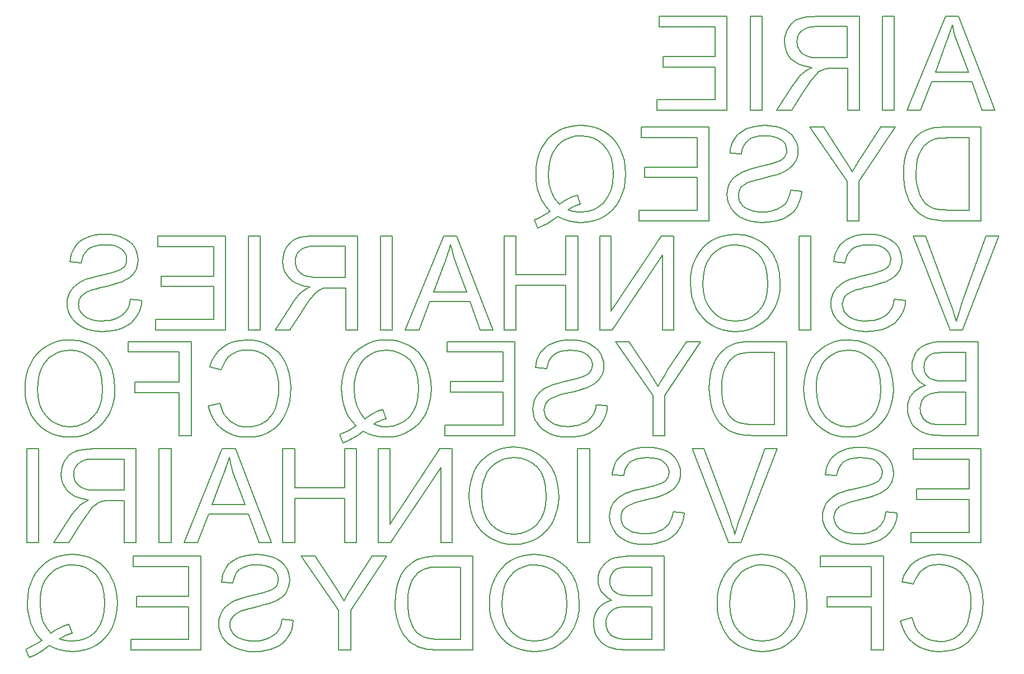
<source format=gbo>
%FSLAX33Y33*%
%MOMM*%
%ADD10C,0.2032*%
D10*
%LNbottom silkscreen_traces*%
%LNbottom silkscreen component 4c04787e1f5174be*%
G01*
X149815Y83363D02*
X144356Y97578D01*
X142384Y97578*
X136567Y83363*
X138614Y83363*
X140284Y87699*
X146341Y87699*
X147913Y83363*
X149815Y83363*
X145832Y89140D02*
X140832Y89140D01*
X142352Y93174*
X142671Y94036*
X142947Y94818*
X143178Y95519*
X143423Y96326*
X143615Y95449*
X143793Y94766*
X144000Y94086*
X144234Y93407*
X145832Y89140*
X134604Y83363D02*
X134604Y97578D01*
X132811Y97578*
X132811Y83363*
X134604Y83363*
X129340Y83363D02*
X129340Y97578D01*
X123044Y97578*
X122147Y97554*
X121366Y97482*
X120701Y97362*
X120152Y97195*
X119686Y96969*
X119270Y96670*
X118903Y96299*
X118585Y95854*
X118328Y95359*
X118144Y94839*
X118034Y94294*
X117997Y93723*
X118058Y92999*
X118240Y92337*
X118544Y91734*
X118969Y91189*
X119521Y90721*
X120208Y90346*
X121029Y90064*
X122133Y89847*
X121650Y89601*
X121344Y89424*
X121085Y89248*
X120870Y89075*
X120464Y88673*
X120067Y88223*
X119682Y87726*
X119307Y87180*
X116867Y83363*
X119129Y83363*
X121009Y86318*
X121406Y86925*
X121766Y87457*
X122091Y87914*
X122379Y88295*
X122642Y88613*
X122892Y88880*
X123129Y89097*
X123352Y89263*
X123570Y89391*
X123788Y89499*
X124009Y89585*
X124233Y89651*
X124425Y89681*
X124666Y89703*
X124957Y89716*
X125299Y89720*
X127547Y89720*
X127547Y83363*
X129340Y83363*
X127497Y91310D02*
X127497Y91310D01*
X123424Y91310*
X122810Y91327*
X122267Y91377*
X121795Y91461*
X121393Y91579*
X121049Y91733*
X120749Y91928*
X120492Y92163*
X120280Y92438*
X120113Y92740*
X119994Y93054*
X119923Y93382*
X119899Y93722*
X119945Y94207*
X120083Y94647*
X120314Y95042*
X120636Y95392*
X121058Y95678*
X121587Y95883*
X122223Y96006*
X122965Y96046*
X127497Y96046*
X127497Y91310*
X114604Y83363D02*
X114604Y97578D01*
X112811Y97578*
X112811Y83363*
X114604Y83363*
X109331Y83363D02*
X109331Y97578D01*
X99081Y97578*
X99081Y95990*
X107538Y95990*
X107538Y91503*
X99618Y91503*
X99618Y89925*
X107538Y89925*
X107538Y84951*
X98749Y84951*
X98749Y83363*
X109331Y83363*
X137305Y6572D02*
X135511Y6119D01*
X135850Y5077*
X136323Y4125*
X136913Y3311*
X137621Y2635*
X138430Y2104*
X139325Y1725*
X140306Y1497*
X141374Y1421*
X142471Y1479*
X143459Y1655*
X144339Y1947*
X145110Y2355*
X145786Y2874*
X146375Y3498*
X146879Y4227*
X147298Y5062*
X147627Y5967*
X147863Y6905*
X148004Y7876*
X148051Y8880*
X147998Y9957*
X147839Y10962*
X147573Y11896*
X147202Y12758*
X146733Y13534*
X146175Y14211*
X145528Y14788*
X144791Y15266*
X143989Y15641*
X143147Y15909*
X142265Y16070*
X141344Y16124*
X140320Y16056*
X139381Y15852*
X138529Y15514*
X137761Y15040*
X137091Y14443*
X136531Y13737*
X136080Y12919*
X135757Y12041*
X137523Y11625*
X137786Y12314*
X138122Y12943*
X138517Y13465*
X138969Y13881*
X139482Y14198*
X140055Y14424*
X140689Y14559*
X141383Y14604*
X142181Y14554*
X142912Y14405*
X143576Y14154*
X144171Y13804*
X144691Y13369*
X145127Y12866*
X145479Y12294*
X145747Y11655*
X145945Y10979*
X146087Y10293*
X146171Y9596*
X146200Y8889*
X146166Y8001*
X146066Y7171*
X145898Y6398*
X145664Y5682*
X145358Y5037*
X144976Y4478*
X144519Y4006*
X143988Y3621*
X143408Y3323*
X142805Y3110*
X142179Y2983*
X141529Y2940*
X140756Y2998*
X140043Y3172*
X139392Y3463*
X138801Y3870*
X138287Y4391*
X137864Y5024*
X137532Y5768*
X137305Y6572*
X132963Y1665D02*
X132963Y15880D01*
X123406Y15880*
X123406Y14292*
X131170Y14292*
X131170Y9757*
X124451Y9757*
X124451Y8169*
X131170Y8169*
X131170Y1665*
X132963Y1665*
X121420Y8586D02*
X121301Y10264D01*
X120945Y11747*
X120351Y13036*
X119520Y14133*
X118502Y15008*
X117345Y15633*
X116051Y16008*
X114615Y16133*
X113655Y16075*
X112744Y15898*
X111882Y15605*
X111068Y15193*
X110325Y14677*
X109677Y14069*
X109122Y13367*
X108660Y12573*
X108298Y11703*
X108038Y10777*
X107883Y9793*
X107831Y8753*
X107885Y7698*
X108049Y6701*
X108322Y5762*
X108704Y4879*
X109186Y4078*
X109758Y3381*
X110420Y2788*
X111174Y2298*
X111989Y1914*
X112836Y1640*
X113715Y1476*
X114626Y1421*
X115603Y1481*
X116526Y1663*
X117396Y1966*
X118212Y2390*
X118954Y2919*
X119600Y3535*
X120150Y4241*
X120605Y5035*
X120962Y5886*
X121217Y6762*
X121369Y7662*
X121420Y8586*
X119518Y8557D02*
X119518Y8557D01*
X119431Y7332*
X119170Y6244*
X118735Y5294*
X118127Y4480*
X117387Y3829*
X116558Y3363*
X115641Y3084*
X114635Y2991*
X113613Y3085*
X112686Y3367*
X111853Y3837*
X111115Y4495*
X110510Y5326*
X110078Y6314*
X109819Y7459*
X109733Y8762*
X109770Y9609*
X109881Y10399*
X110065Y11135*
X110324Y11814*
X110653Y12429*
X111051Y12971*
X111518Y13440*
X112052Y13836*
X112639Y14150*
X113260Y14374*
X113915Y14509*
X114606Y14553*
X115577Y14467*
X116477Y14208*
X117308Y13776*
X118068Y13172*
X118702Y12365*
X119156Y11327*
X119428Y10058*
X119518Y8557*
X99809Y1665D02*
X99809Y15880D01*
X94489Y15880*
X93713Y15853*
X93019Y15772*
X92407Y15637*
X91877Y15449*
X91415Y15206*
X91006Y14906*
X90650Y14547*
X90347Y14131*
X90105Y13680*
X89932Y13219*
X89828Y12749*
X89793Y12268*
X89824Y11823*
X89916Y11391*
X90069Y10973*
X90284Y10567*
X90560Y10187*
X90899Y9846*
X91301Y9542*
X91865Y9221*
X91153Y8961*
X90624Y8673*
X90169Y8320*
X89788Y7901*
X89487Y7429*
X89272Y6916*
X89143Y6361*
X89100Y5764*
X89126Y5276*
X89205Y4805*
X89336Y4352*
X89520Y3917*
X89742Y3514*
X89989Y3160*
X90259Y2857*
X90554Y2602*
X90882Y2385*
X91249Y2196*
X91656Y2035*
X92104Y1903*
X92597Y1799*
X93145Y1724*
X93746Y1680*
X94401Y1665*
X99809Y1665*
X97965Y9915D02*
X97965Y9915D01*
X94869Y9915*
X94284Y9925*
X93788Y9956*
X93381Y10008*
X93063Y10081*
X92724Y10206*
X92429Y10366*
X92179Y10562*
X91974Y10794*
X91814Y11059*
X91699Y11355*
X91631Y11684*
X91608Y12044*
X91629Y12389*
X91693Y12714*
X91800Y13017*
X91949Y13299*
X92139Y13548*
X92365Y13755*
X92627Y13919*
X92926Y14041*
X93300Y14128*
X93788Y14191*
X94389Y14228*
X95104Y14241*
X97965Y14241*
X97965Y9915*
X97965Y3303D02*
X97965Y3303D01*
X94401Y3304*
X93976Y3308*
X93619Y3321*
X93331Y3342*
X93112Y3372*
X92798Y3440*
X92511Y3528*
X92251Y3636*
X92018Y3762*
X91808Y3915*
X91617Y4098*
X91447Y4313*
X91295Y4558*
X91171Y4830*
X91083Y5121*
X91030Y5433*
X91012Y5764*
X91038Y6152*
X91115Y6513*
X91243Y6848*
X91422Y7156*
X91647Y7429*
X91912Y7659*
X92216Y7845*
X92560Y7986*
X92964Y8091*
X93447Y8166*
X94011Y8210*
X94655Y8225*
X97965Y8225*
X97965Y3303*
X86967Y8586D02*
X86848Y10264D01*
X86491Y11747*
X85897Y13036*
X85066Y14133*
X84048Y15008*
X82892Y15633*
X81597Y16008*
X80161Y16133*
X79202Y16075*
X78290Y15898*
X77428Y15605*
X76614Y15193*
X75871Y14677*
X75223Y14069*
X74668Y13367*
X74207Y12573*
X73844Y11703*
X73585Y10777*
X73429Y9793*
X73377Y8753*
X73432Y7698*
X73595Y6701*
X73868Y5762*
X74250Y4880*
X74732Y4078*
X75304Y3381*
X75966Y2788*
X76720Y2298*
X77536Y1914*
X78383Y1640*
X79261Y1476*
X80172Y1421*
X81149Y1481*
X82073Y1663*
X82942Y1966*
X83759Y2390*
X84500Y2919*
X85146Y3535*
X85697Y4241*
X86152Y5035*
X86508Y5886*
X86763Y6762*
X86916Y7662*
X86967Y8586*
X85064Y8557D02*
X85064Y8557D01*
X84977Y7332*
X84717Y6244*
X84282Y5294*
X83673Y4480*
X82933Y3829*
X82104Y3363*
X81187Y3084*
X80182Y2991*
X79160Y3085*
X78232Y3367*
X77399Y3837*
X76661Y4495*
X76057Y5326*
X75625Y6314*
X75366Y7459*
X75279Y8763*
X75316Y9609*
X75427Y10399*
X75612Y11135*
X75870Y11814*
X76200Y12429*
X76598Y12971*
X77064Y13440*
X77599Y13836*
X78185Y14150*
X78806Y14374*
X79462Y14509*
X80152Y14554*
X81123Y14467*
X82024Y14208*
X82854Y13776*
X83614Y13172*
X84249Y12365*
X84702Y11327*
X84974Y10058*
X85064Y8557*
X70833Y1665D02*
X70833Y15880D01*
X65953Y15880*
X65169Y15867*
X64485Y15829*
X63900Y15765*
X63415Y15676*
X62828Y15507*
X62286Y15282*
X61789Y15000*
X61337Y14661*
X60811Y14154*
X60356Y13581*
X59971Y12942*
X59657Y12236*
X59413Y11470*
X59239Y10650*
X59134Y9777*
X59099Y8850*
X59123Y8061*
X59194Y7319*
X59312Y6623*
X59478Y5974*
X59681Y5375*
X59910Y4830*
X60165Y4340*
X60447Y3904*
X60749Y3517*
X61065Y3174*
X61395Y2874*
X61738Y2618*
X62106Y2398*
X62510Y2207*
X62952Y2043*
X63430Y1908*
X63946Y1802*
X64499Y1726*
X65090Y1680*
X65719Y1665*
X70833Y1665*
X68990Y3304D02*
X68990Y3304D01*
X65933Y3304*
X65263Y3320*
X64670Y3369*
X64152Y3452*
X63711Y3567*
X63329Y3712*
X62988Y3885*
X62687Y4084*
X62427Y4309*
X62109Y4675*
X61828Y5099*
X61584Y5581*
X61377Y6121*
X61213Y6720*
X61095Y7379*
X61025Y8099*
X61001Y8880*
X61048Y9938*
X61186Y10866*
X61416Y11664*
X61739Y12332*
X62127Y12885*
X62555Y13339*
X63023Y13693*
X63531Y13948*
X63970Y14076*
X64524Y14168*
X65195Y14223*
X65982Y14241*
X68990Y14241*
X68990Y3304*
X52357Y1665D02*
X52357Y7694D01*
X57830Y15880*
X55648Y15880*
X52841Y11587*
X52457Y10982*
X52087Y10377*
X51731Y9772*
X51344Y9091*
X50960Y9745*
X50587Y10359*
X50180Y11009*
X49738Y11694*
X46980Y15880*
X44897Y15880*
X50564Y7694*
X50564Y1665*
X52357Y1665*
X43690Y6168D02*
X42000Y6315D01*
X41923Y5846*
X41795Y5376*
X41624Y4953*
X41409Y4579*
X41140Y4244*
X40806Y3944*
X40409Y3679*
X39947Y3447*
X39438Y3260*
X38899Y3125*
X38329Y3045*
X37730Y3018*
X37199Y3039*
X36700Y3100*
X36233Y3201*
X35797Y3344*
X35403Y3523*
X35062Y3732*
X34773Y3973*
X34539Y4245*
X34357Y4539*
X34228Y4846*
X34150Y5167*
X34124Y5501*
X34149Y5835*
X34224Y6148*
X34350Y6440*
X34525Y6709*
X34758Y6957*
X35055Y7183*
X35414Y7387*
X35836Y7570*
X36215Y7699*
X36766Y7858*
X37492Y8049*
X38391Y8270*
X39302Y8503*
X40065Y8729*
X40679Y8948*
X41143Y9159*
X41619Y9441*
X42028Y9754*
X42373Y10099*
X42652Y10474*
X42869Y10878*
X43023Y11304*
X43116Y11755*
X43147Y12229*
X43109Y12755*
X42996Y13263*
X42806Y13754*
X42541Y14228*
X42202Y14664*
X41794Y15045*
X41316Y15370*
X40766Y15639*
X40164Y15851*
X39529Y16003*
X38861Y16093*
X38159Y16124*
X37391Y16092*
X36671Y15996*
X35997Y15837*
X35371Y15615*
X34805Y15332*
X34308Y14989*
X33881Y14587*
X33524Y14125*
X33238Y13617*
X33027Y13076*
X32891Y12502*
X32834Y11944*
X34553Y11815*
X34662Y12411*
X34870Y12974*
X35167Y13455*
X35554Y13851*
X36036Y14160*
X36618Y14380*
X37300Y14512*
X38081Y14556*
X38888Y14516*
X39579Y14397*
X40156Y14197*
X40617Y13915*
X40969Y13577*
X41221Y13204*
X41373Y12796*
X41423Y12357*
X41387Y11978*
X41280Y11633*
X41100Y11323*
X40849Y11048*
X40456Y10791*
X39845Y10535*
X39017Y10277*
X37971Y10017*
X36907Y9764*
X36026Y9528*
X35327Y9309*
X34811Y9107*
X34232Y8802*
X33735Y8460*
X33320Y8081*
X32986Y7665*
X32730Y7213*
X32546Y6728*
X32436Y6209*
X32400Y5657*
X32440Y5101*
X32561Y4562*
X32763Y4039*
X33046Y3532*
X33404Y3060*
X33833Y2644*
X34333Y2284*
X34904Y1978*
X35530Y1734*
X36195Y1560*
X36899Y1456*
X37642Y1421*
X38570Y1456*
X39419Y1562*
X40188Y1737*
X40878Y1983*
X41493Y2299*
X42038Y2685*
X42512Y3141*
X42916Y3668*
X43242Y4250*
X43480Y4868*
X43631Y5523*
X43690Y6168*
X29671Y1665D02*
X29671Y15880D01*
X19421Y15880*
X19421Y14292*
X27878Y14292*
X27878Y9805*
X19958Y9806*
X19958Y8227*
X27878Y8227*
X27878Y3253*
X19089Y3253*
X19089Y1665*
X29671Y1665*
X5649Y3138D02*
X4951Y2681D01*
X4328Y2317*
X3730Y2014*
X3206Y1792*
X3723Y0567*
X4445Y0866*
X5211Y1263*
X5976Y1740*
X6766Y2318*
X7607Y1917*
X8459Y1642*
X9352Y1476*
X10287Y1421*
X11230Y1479*
X12127Y1654*
X12979Y1944*
X13787Y2351*
X14526Y2864*
X15176Y3470*
X15735Y4171*
X16204Y4967*
X16575Y5838*
X16841Y6762*
X17000Y7740*
X17053Y8772*
X17000Y9803*
X16839Y10785*
X16572Y11720*
X16199Y12607*
X15727Y13418*
X15166Y14126*
X14514Y14730*
X13773Y15232*
X12962Y15626*
X12105Y15908*
X11200Y16077*
X10248Y16134*
X9288Y16075*
X8377Y15900*
X7514Y15607*
X6700Y15198*
X5958Y14684*
X5309Y14077*
X4754Y13377*
X4293Y12583*
X3930Y11714*
X3671Y10791*
X3515Y9814*
X3463Y8782*
X3497Y7925*
X3597Y7112*
X3764Y6344*
X3997Y5622*
X4298Y4944*
X4666Y4312*
X5102Y3725*
X5649Y3138*
X9741Y5569D02*
X9741Y5569D01*
X8956Y5312*
X8244Y4998*
X7604Y4628*
X7035Y4202*
X6305Y5060*
X5783Y6109*
X5470Y7350*
X5366Y8782*
X5402Y9624*
X5513Y10411*
X5698Y11142*
X5956Y11819*
X6286Y12432*
X6684Y12973*
X7150Y13441*
X7685Y13836*
X8271Y14150*
X8892Y14374*
X9548Y14509*
X10239Y14554*
X11253Y14463*
X12177Y14191*
X13011Y13738*
X13754Y13103*
X14365Y12289*
X14802Y11296*
X15063Y10123*
X15151Y8772*
X15064Y7457*
X14805Y6304*
X14373Y5313*
X13769Y4485*
X13030Y3832*
X12195Y3365*
X11265Y3084*
X10239Y2991*
X9738Y3015*
X9252Y3086*
X8781Y3205*
X8325Y3372*
X8775Y3639*
X9238Y3865*
X9712Y4049*
X10200Y4192*
X9741Y5569*
X147719Y17903D02*
X147719Y32118D01*
X137469Y32118*
X137469Y30530*
X145926Y30530*
X145926Y26043*
X138006Y26043*
X138006Y24465*
X145926Y24465*
X145926Y19491*
X137137Y19491*
X137137Y17903*
X147719Y17903*
X135058Y22405D02*
X133369Y22553D01*
X133291Y22084*
X133163Y21614*
X132992Y21191*
X132777Y20816*
X132508Y20482*
X132175Y20182*
X131777Y19917*
X131315Y19685*
X130806Y19497*
X130267Y19363*
X129697Y19283*
X129098Y19256*
X128568Y19277*
X128069Y19338*
X127601Y19439*
X127165Y19582*
X126771Y19760*
X126430Y19970*
X126142Y20211*
X125907Y20483*
X125726Y20777*
X125596Y21084*
X125518Y21405*
X125492Y21739*
X125517Y22073*
X125592Y22386*
X125718Y22677*
X125894Y22947*
X126127Y23195*
X126423Y23421*
X126783Y23625*
X127204Y23808*
X127583Y23937*
X128134Y24096*
X128860Y24286*
X129759Y24508*
X130670Y24741*
X131433Y24967*
X132047Y25186*
X132512Y25397*
X132987Y25679*
X133396Y25992*
X133741Y26337*
X134021Y26712*
X134237Y27116*
X134392Y27542*
X134485Y27993*
X134516Y28467*
X134478Y28993*
X134364Y29501*
X134174Y29992*
X133909Y30465*
X133571Y30902*
X133163Y31283*
X132684Y31608*
X132135Y31877*
X131533Y32089*
X130897Y32240*
X130229Y32331*
X129527Y32362*
X128759Y32330*
X128039Y32234*
X127366Y32075*
X126740Y31853*
X126173Y31569*
X125676Y31227*
X125250Y30825*
X124892Y30363*
X124606Y29855*
X124395Y29314*
X124259Y28740*
X124202Y28182*
X125921Y28053*
X126031Y28649*
X126238Y29212*
X126535Y29693*
X126922Y30089*
X127404Y30398*
X127986Y30618*
X128668Y30750*
X129449Y30794*
X130256Y30754*
X130948Y30635*
X131525Y30435*
X131985Y30153*
X132337Y29815*
X132589Y29442*
X132741Y29034*
X132791Y28595*
X132756Y28215*
X132648Y27871*
X132468Y27561*
X132217Y27286*
X131824Y27029*
X131214Y26773*
X130386Y26515*
X129339Y26255*
X128276Y26002*
X127394Y25766*
X126695Y25547*
X126179Y25345*
X125600Y25040*
X125104Y24698*
X124688Y24319*
X124355Y23903*
X124098Y23451*
X123915Y22966*
X123805Y22447*
X123768Y21895*
X123808Y21339*
X123929Y20800*
X124131Y20277*
X124414Y19770*
X124772Y19298*
X125201Y18882*
X125701Y18521*
X126272Y18216*
X126899Y17972*
X127564Y17798*
X128267Y17694*
X129010Y17659*
X129938Y17694*
X130787Y17800*
X131556Y17975*
X132246Y18221*
X132862Y18537*
X133406Y18923*
X133880Y19379*
X134285Y19906*
X134610Y20488*
X134849Y21105*
X134999Y21760*
X135058Y22405*
X111446Y17903D02*
X116953Y32118D01*
X115012Y32118*
X111304Y21751*
X111088Y21136*
X110892Y20542*
X110713Y19966*
X110504Y19243*
X110283Y19995*
X110097Y20580*
X109897Y21165*
X109685Y21751*
X105830Y32118*
X104006Y32118*
X109572Y17903*
X111446Y17903*
X102821Y22405D02*
X101132Y22553D01*
X101055Y22084*
X100926Y21614*
X100755Y21191*
X100541Y20816*
X100272Y20482*
X99938Y20182*
X99540Y19917*
X99078Y19685*
X98570Y19497*
X98030Y19363*
X97461Y19283*
X96861Y19256*
X96331Y19277*
X95832Y19338*
X95364Y19439*
X94928Y19582*
X94534Y19761*
X94193Y19970*
X93905Y20211*
X93670Y20483*
X93489Y20777*
X93359Y21084*
X93281Y21405*
X93255Y21739*
X93280Y22073*
X93355Y22386*
X93481Y22677*
X93657Y22947*
X93890Y23195*
X94186Y23421*
X94546Y23625*
X94968Y23808*
X95346Y23937*
X95898Y24096*
X96623Y24286*
X97522Y24508*
X98434Y24741*
X99196Y24967*
X99810Y25186*
X100275Y25397*
X100750Y25679*
X101160Y25992*
X101504Y26337*
X101784Y26712*
X102000Y27116*
X102155Y27542*
X102248Y27993*
X102279Y28467*
X102241Y28993*
X102127Y29501*
X101938Y29992*
X101672Y30466*
X101334Y30902*
X100926Y31283*
X100447Y31608*
X99898Y31877*
X99296Y32089*
X98661Y32241*
X97992Y32331*
X97291Y32362*
X96523Y32330*
X95802Y32234*
X95129Y32075*
X94503Y31853*
X93936Y31570*
X93440Y31227*
X93013Y30825*
X92655Y30363*
X92370Y29855*
X92159Y29314*
X92022Y28740*
X91966Y28182*
X93684Y28053*
X93794Y28649*
X94001Y29212*
X94298Y29693*
X94685Y30089*
X95167Y30398*
X95750Y30618*
X96431Y30750*
X97212Y30794*
X98019Y30754*
X98711Y30635*
X99288Y30435*
X99749Y30153*
X100100Y29815*
X100352Y29442*
X100504Y29034*
X100555Y28595*
X100519Y28216*
X100411Y27871*
X100232Y27561*
X99980Y27286*
X99587Y27029*
X98977Y26773*
X98149Y26515*
X97102Y26255*
X96039Y26002*
X95158Y25766*
X94459Y25547*
X93943Y25345*
X93364Y25040*
X92867Y24698*
X92452Y24319*
X92118Y23903*
X91861Y23451*
X91678Y22966*
X91568Y22447*
X91531Y21895*
X91571Y21339*
X91692Y20800*
X91894Y20277*
X92177Y19770*
X92535Y19298*
X92964Y18882*
X93464Y18521*
X94035Y18216*
X94662Y17972*
X95327Y17798*
X96031Y17694*
X96773Y17659*
X97701Y17694*
X98550Y17800*
X99320Y17975*
X100010Y18221*
X100625Y18537*
X101169Y18923*
X101643Y19379*
X102048Y19906*
X102374Y20488*
X102612Y21105*
X102762Y21761*
X102821Y22405*
X88519Y17903D02*
X88519Y32118D01*
X86726Y32118*
X86726Y17903*
X88519Y17903*
X83861Y24824D02*
X83742Y26502D01*
X83385Y27985*
X82791Y29274*
X81960Y30371*
X80942Y31246*
X79786Y31871*
X78491Y32246*
X77055Y32371*
X76096Y32313*
X75184Y32136*
X74322Y31843*
X73508Y31431*
X72765Y30915*
X72117Y30307*
X71562Y29605*
X71101Y28811*
X70738Y27941*
X70479Y27015*
X70323Y26031*
X70271Y24991*
X70326Y23936*
X70489Y22939*
X70762Y22000*
X71144Y21118*
X71626Y20316*
X72198Y19620*
X72860Y19026*
X73614Y18536*
X74430Y18152*
X75277Y17878*
X76155Y17714*
X77066Y17659*
X78043Y17719*
X78967Y17901*
X79836Y18204*
X80653Y18628*
X81394Y19157*
X82040Y19773*
X82591Y20479*
X83046Y21273*
X83402Y22124*
X83657Y23000*
X83810Y23900*
X83861Y24824*
X81958Y24795D02*
X81958Y24795D01*
X81871Y23570*
X81611Y22482*
X81176Y21532*
X80567Y20718*
X79827Y20067*
X78998Y19601*
X78081Y19322*
X77076Y19229*
X76054Y19323*
X75126Y19605*
X74293Y20075*
X73555Y20733*
X72951Y21564*
X72519Y22552*
X72260Y23697*
X72173Y25001*
X72210Y25847*
X72321Y26637*
X72506Y27373*
X72764Y28052*
X73094Y28668*
X73492Y29209*
X73958Y29678*
X74493Y30074*
X75079Y30388*
X75700Y30612*
X76356Y30747*
X77046Y30792*
X78017Y30705*
X78918Y30446*
X79748Y30014*
X80508Y29410*
X81143Y28603*
X81596Y27565*
X81868Y26296*
X81958Y24795*
X67747Y17903D02*
X67747Y32118D01*
X65882Y32118*
X58284Y20761*
X58284Y32118*
X56569Y32118*
X56569Y17903*
X58435Y17903*
X66032Y29270*
X66032Y17903*
X67747Y17903*
X53225Y17903D02*
X53225Y32118D01*
X51432Y32118*
X51432Y26239*
X43889Y26239*
X43889Y32118*
X42096Y32118*
X42096Y17903*
X43889Y17903*
X43889Y24651*
X51432Y24651*
X51432Y17903*
X53225Y17903*
X40390Y17903D02*
X34931Y32118D01*
X32959Y32118*
X27141Y17903*
X29188Y17903*
X30858Y22239*
X36915Y22239*
X38487Y17903*
X40390Y17903*
X36406Y23680D02*
X31406Y23680D01*
X32926Y27714*
X33245Y28576*
X33521Y29358*
X33752Y30059*
X33997Y30866*
X34189Y29989*
X34367Y29306*
X34574Y28626*
X34808Y27947*
X36406Y23680*
X25178Y17903D02*
X25178Y32118D01*
X23385Y32118*
X23385Y17903*
X25178Y17903*
X19914Y17903D02*
X19914Y32118D01*
X13618Y32118*
X12721Y32094*
X11940Y32022*
X11275Y31902*
X10726Y31735*
X10261Y31509*
X9845Y31211*
X9478Y30839*
X9159Y30394*
X8902Y29899*
X8718Y29379*
X8608Y28834*
X8571Y28263*
X8632Y27539*
X8814Y26877*
X9118Y26274*
X9543Y25729*
X10095Y25261*
X10782Y24886*
X11603Y24604*
X12707Y24387*
X12224Y24141*
X11919Y23964*
X11659Y23788*
X11444Y23615*
X11038Y23213*
X10642Y22764*
X10256Y22266*
X9881Y21721*
X7441Y17903*
X9703Y17903*
X11583Y20858*
X11980Y21466*
X12341Y21997*
X12665Y22454*
X12953Y22835*
X13216Y23153*
X13466Y23421*
X13703Y23637*
X13926Y23803*
X14144Y23931*
X14363Y24039*
X14584Y24125*
X14808Y24191*
X14999Y24222*
X15240Y24243*
X15531Y24256*
X15873Y24260*
X18122Y24260*
X18122Y17903*
X19914Y17903*
X18071Y25850D02*
X18071Y25850D01*
X13998Y25850*
X13384Y25867*
X12841Y25917*
X12369Y26001*
X11967Y26119*
X11623Y26273*
X11323Y26468*
X11066Y26703*
X10854Y26978*
X10687Y27280*
X10568Y27595*
X10497Y27922*
X10473Y28262*
X10519Y28748*
X10657Y29188*
X10888Y29582*
X11210Y29932*
X11632Y30218*
X12161Y30423*
X12797Y30546*
X13540Y30587*
X18071Y30587*
X18071Y25850*
X5178Y17903D02*
X5178Y32118D01*
X3385Y32118*
X3385Y17903*
X5178Y17903*
X147328Y34141D02*
X147328Y48356D01*
X142009Y48356*
X141232Y48329*
X140538Y48248*
X139926Y48113*
X139397Y47925*
X138934Y47682*
X138526Y47381*
X138170Y47023*
X137867Y46607*
X137624Y46156*
X137451Y45695*
X137347Y45225*
X137313Y44744*
X137343Y44299*
X137435Y43867*
X137589Y43448*
X137803Y43043*
X138080Y42663*
X138418Y42322*
X138821Y42018*
X139384Y41697*
X138673Y41437*
X138143Y41149*
X137688Y40796*
X137307Y40377*
X137007Y39905*
X136792Y39392*
X136663Y38837*
X136619Y38240*
X136646Y37752*
X136724Y37281*
X136855Y36828*
X137039Y36392*
X137261Y35990*
X137508Y35636*
X137779Y35333*
X138074Y35078*
X138401Y34861*
X138769Y34672*
X139176Y34511*
X139623Y34379*
X140117Y34275*
X140664Y34200*
X141266Y34156*
X141921Y34141*
X147328Y34141*
X145485Y42391D02*
X145485Y42391D01*
X142389Y42391*
X141804Y42401*
X141307Y42432*
X140900Y42484*
X140582Y42557*
X140243Y42682*
X139949Y42842*
X139699Y43038*
X139493Y43270*
X139333Y43535*
X139219Y43831*
X139150Y44160*
X139127Y44520*
X139149Y44865*
X139213Y45190*
X139319Y45493*
X139469Y45775*
X139658Y46024*
X139884Y46231*
X140146Y46395*
X140446Y46517*
X140820Y46604*
X141307Y46667*
X141909Y46704*
X142623Y46717*
X145485Y46717*
X145485Y42391*
X145485Y35779D02*
X145485Y35779D01*
X141920Y35779*
X141495Y35784*
X141139Y35797*
X140851Y35818*
X140631Y35848*
X140317Y35916*
X140030Y36004*
X139770Y36111*
X139537Y36238*
X139327Y36391*
X139137Y36574*
X138966Y36789*
X138815Y37034*
X138691Y37306*
X138602Y37597*
X138549Y37909*
X138531Y38240*
X138557Y38628*
X138634Y38989*
X138762Y39323*
X138942Y39632*
X139167Y39905*
X139431Y40135*
X139735Y40320*
X140079Y40462*
X140483Y40567*
X140967Y40642*
X141530Y40686*
X142174Y40701*
X145485Y40701*
X145485Y35779*
X134486Y41062D02*
X134367Y42740D01*
X134010Y44223*
X133417Y45512*
X132586Y46609*
X131567Y47484*
X130411Y48109*
X129116Y48484*
X127681Y48609*
X126721Y48551*
X125810Y48374*
X124947Y48081*
X124133Y47669*
X123391Y47153*
X122742Y46545*
X122187Y45843*
X121726Y45049*
X121363Y44179*
X121104Y43253*
X120948Y42269*
X120896Y41229*
X120951Y40174*
X121115Y39177*
X121388Y38238*
X121770Y37355*
X122251Y36554*
X122823Y35857*
X123486Y35264*
X124239Y34774*
X125055Y34390*
X125902Y34116*
X126781Y33952*
X127691Y33897*
X128669Y33957*
X129592Y34139*
X130462Y34442*
X131278Y34866*
X132020Y35395*
X132666Y36011*
X133216Y36717*
X133671Y37511*
X134028Y38362*
X134282Y39238*
X134435Y40138*
X134486Y41062*
X132584Y41033D02*
X132584Y41033D01*
X132497Y39808*
X132236Y38720*
X131801Y37770*
X131192Y36956*
X130452Y36305*
X129624Y35839*
X128707Y35560*
X127701Y35467*
X126679Y35561*
X125752Y35843*
X124919Y36313*
X124181Y36971*
X123576Y37802*
X123144Y38790*
X122885Y39935*
X122799Y41238*
X122836Y42085*
X122946Y42875*
X123131Y43611*
X123390Y44290*
X123719Y44905*
X124117Y45447*
X124583Y45916*
X125118Y46312*
X125704Y46626*
X126325Y46850*
X126981Y46985*
X127672Y47029*
X128643Y46943*
X129543Y46684*
X130373Y46252*
X131134Y45648*
X131768Y44841*
X132221Y43803*
X132493Y42534*
X132584Y41033*
X118353Y34141D02*
X118353Y48356D01*
X113472Y48356*
X112688Y48343*
X112004Y48305*
X111419Y48241*
X110935Y48152*
X110347Y47983*
X109805Y47758*
X109309Y47476*
X108857Y47137*
X108331Y46630*
X107875Y46057*
X107491Y45418*
X107177Y44712*
X106933Y43945*
X106758Y43126*
X106654Y42253*
X106619Y41326*
X106642Y40537*
X106713Y39795*
X106832Y39099*
X106997Y38450*
X107200Y37851*
X107429Y37306*
X107685Y36816*
X107967Y36380*
X108269Y35993*
X108585Y35650*
X108914Y35350*
X109257Y35094*
X109625Y34874*
X110030Y34683*
X110471Y34519*
X110950Y34384*
X111466Y34277*
X112019Y34202*
X112609Y34156*
X113238Y34141*
X118353Y34141*
X116509Y35779D02*
X116509Y35779D01*
X113453Y35779*
X112783Y35796*
X112189Y35845*
X111672Y35928*
X111231Y36043*
X110848Y36188*
X110507Y36361*
X110206Y36560*
X109947Y36785*
X109628Y37151*
X109347Y37575*
X109103Y38057*
X108897Y38597*
X108732Y39196*
X108615Y39855*
X108544Y40575*
X108521Y41356*
X108567Y42414*
X108705Y43342*
X108936Y44140*
X109258Y44808*
X109647Y45361*
X110075Y45815*
X110543Y46169*
X111050Y46424*
X111489Y46552*
X112044Y46644*
X112715Y46699*
X113501Y46717*
X116509Y46717*
X116509Y35779*
X99876Y34141D02*
X99876Y40170D01*
X105349Y48356*
X103167Y48356*
X100360Y44063*
X99977Y43458*
X99607Y42853*
X99250Y42248*
X98863Y41566*
X98480Y42221*
X98106Y42835*
X97699Y43485*
X97257Y44170*
X94499Y48356*
X92417Y48356*
X98083Y40170*
X98083Y34141*
X99876Y34141*
X91209Y38643D02*
X89520Y38791D01*
X89443Y38322*
X89314Y37852*
X89143Y37429*
X88929Y37054*
X88660Y36720*
X88326Y36420*
X87928Y36155*
X87466Y35923*
X86958Y35735*
X86418Y35601*
X85849Y35521*
X85249Y35494*
X84719Y35515*
X84220Y35576*
X83752Y35677*
X83316Y35820*
X82923Y35999*
X82581Y36208*
X82293Y36449*
X82058Y36721*
X81877Y37015*
X81747Y37322*
X81669Y37643*
X81643Y37977*
X81668Y38311*
X81744Y38624*
X81869Y38915*
X82045Y39185*
X82278Y39433*
X82574Y39659*
X82934Y39863*
X83356Y40046*
X83734Y40175*
X84286Y40334*
X85011Y40524*
X85910Y40746*
X86822Y40979*
X87584Y41205*
X88198Y41424*
X88663Y41635*
X89138Y41917*
X89548Y42230*
X89892Y42575*
X90172Y42950*
X90388Y43354*
X90543Y43780*
X90636Y44231*
X90667Y44705*
X90629Y45231*
X90515Y45739*
X90326Y46230*
X90060Y46704*
X89722Y47140*
X89314Y47521*
X88835Y47846*
X88286Y48115*
X87684Y48327*
X87049Y48479*
X86380Y48569*
X85679Y48600*
X84911Y48568*
X84190Y48472*
X83517Y48313*
X82891Y48091*
X82324Y47808*
X81828Y47465*
X81401Y47063*
X81043Y46601*
X80758Y46093*
X80547Y45552*
X80410Y44978*
X80354Y44420*
X82072Y44291*
X82182Y44887*
X82389Y45450*
X82686Y45931*
X83073Y46327*
X83555Y46636*
X84138Y46856*
X84819Y46988*
X85600Y47032*
X86407Y46992*
X87099Y46873*
X87676Y46673*
X88137Y46391*
X88488Y46053*
X88740Y45680*
X88892Y45272*
X88943Y44833*
X88907Y44454*
X88799Y44109*
X88620Y43799*
X88368Y43524*
X87975Y43267*
X87365Y43011*
X86537Y42753*
X85490Y42493*
X84427Y42240*
X83546Y42004*
X82847Y41785*
X82331Y41583*
X81752Y41278*
X81255Y40936*
X80840Y40557*
X80506Y40141*
X80249Y39689*
X80066Y39204*
X79956Y38685*
X79919Y38133*
X79959Y37577*
X80080Y37038*
X80282Y36515*
X80565Y36008*
X80923Y35536*
X81352Y35120*
X81852Y34759*
X82424Y34454*
X83050Y34210*
X83715Y34036*
X84419Y33932*
X85161Y33897*
X86089Y33932*
X86938Y34038*
X87708Y34213*
X88398Y34459*
X89013Y34775*
X89557Y35161*
X90032Y35617*
X90436Y36144*
X90762Y36726*
X91000Y37343*
X91150Y37999*
X91209Y38643*
X77190Y34141D02*
X77190Y48356D01*
X66940Y48356*
X66940Y46768*
X75397Y46768*
X75397Y42281*
X67477Y42281*
X67477Y40703*
X75397Y40703*
X75397Y35729*
X66608Y35729*
X66608Y34141*
X77190Y34141*
X53168Y35614D02*
X52470Y35157D01*
X51847Y34793*
X51249Y34490*
X50725Y34268*
X51242Y33043*
X51965Y33342*
X52730Y33739*
X53496Y34216*
X54286Y34794*
X55127Y34393*
X55979Y34117*
X56872Y33952*
X57807Y33897*
X58750Y33955*
X59647Y34130*
X60499Y34420*
X61306Y34827*
X62046Y35339*
X62695Y35946*
X63254Y36647*
X63723Y37443*
X64095Y38314*
X64360Y39238*
X64519Y40216*
X64572Y41248*
X64519Y42279*
X64359Y43261*
X64092Y44196*
X63718Y45083*
X63247Y45894*
X62685Y46602*
X62034Y47206*
X61292Y47708*
X60482Y48102*
X59624Y48384*
X58720Y48553*
X57768Y48610*
X56807Y48551*
X55896Y48376*
X55034Y48083*
X54220Y47674*
X53477Y47160*
X52829Y46553*
X52274Y45853*
X51812Y45059*
X51450Y44190*
X51190Y43267*
X51035Y42290*
X50983Y41258*
X51016Y40401*
X51116Y39588*
X51283Y38820*
X51517Y38098*
X51817Y37420*
X52185Y36788*
X52621Y36201*
X53168Y35614*
X57260Y38045D02*
X57260Y38045D01*
X56476Y37788*
X55763Y37474*
X55123Y37104*
X54555Y36678*
X53824Y37536*
X53302Y38585*
X52989Y39826*
X52885Y41258*
X52922Y42100*
X53033Y42886*
X53217Y43618*
X53476Y44295*
X53805Y44908*
X54203Y45449*
X54670Y45917*
X55204Y46312*
X55791Y46626*
X56412Y46850*
X57067Y46985*
X57758Y47030*
X58772Y46939*
X59697Y46667*
X60530Y46214*
X61274Y45579*
X61885Y44765*
X62321Y43771*
X62583Y42599*
X62670Y41248*
X62584Y39933*
X62325Y38780*
X61893Y37789*
X61288Y36961*
X60550Y36308*
X59715Y35841*
X58784Y35560*
X57758Y35467*
X57258Y35491*
X56772Y35562*
X56301Y35681*
X55844Y35848*
X56294Y36115*
X56757Y36341*
X57232Y36525*
X57719Y36668*
X57260Y38045*
X32576Y39048D02*
X30782Y38595D01*
X31121Y37553*
X31594Y36601*
X32184Y35787*
X32892Y35112*
X33701Y34580*
X34596Y34201*
X35577Y33973*
X36645Y33897*
X37742Y33955*
X38730Y34131*
X39610Y34423*
X40382Y34831*
X41057Y35350*
X41646Y35974*
X42151Y36703*
X42569Y37538*
X42899Y38443*
X43134Y39381*
X43275Y40352*
X43322Y41356*
X43269Y42433*
X43110Y43438*
X42844Y44372*
X42473Y45234*
X42005Y46010*
X41447Y46687*
X40799Y47264*
X40062Y47742*
X39260Y48117*
X38418Y48385*
X37537Y48546*
X36615Y48600*
X35591Y48532*
X34652Y48328*
X33800Y47990*
X33032Y47516*
X32362Y46919*
X31802Y46213*
X31351Y45395*
X31028Y44517*
X32794Y44101*
X33057Y44791*
X33394Y45419*
X33788Y45941*
X34241Y46357*
X34753Y46674*
X35326Y46900*
X35960Y47035*
X36654Y47080*
X37452Y47031*
X38183Y46881*
X38847Y46631*
X39442Y46280*
X39962Y45846*
X40398Y45342*
X40750Y44770*
X41019Y44132*
X41217Y43455*
X41358Y42769*
X41442Y42072*
X41471Y41366*
X41437Y40477*
X41337Y39647*
X41170Y38874*
X40935Y38158*
X40629Y37514*
X40247Y36955*
X39790Y36482*
X39259Y36097*
X38679Y35799*
X38077Y35586*
X37450Y35459*
X36800Y35416*
X36027Y35474*
X35314Y35648*
X34663Y35939*
X34073Y36346*
X33559Y36867*
X33135Y37501*
X32803Y38245*
X32576Y39048*
X28234Y34141D02*
X28234Y48356D01*
X18678Y48356*
X18678Y46768*
X26441Y46768*
X26441Y42233*
X19722Y42233*
X19722Y40645*
X26441Y40645*
X26441Y34141*
X28234Y34141*
X16692Y41062D02*
X16572Y42740D01*
X16216Y44224*
X15622Y45513*
X14791Y46609*
X13773Y47484*
X12617Y48109*
X11322Y48484*
X9886Y48610*
X8927Y48551*
X8015Y48374*
X7153Y48081*
X6339Y47669*
X5596Y47153*
X4948Y46545*
X4393Y45843*
X3932Y45049*
X3569Y44179*
X3309Y43253*
X3154Y42269*
X3102Y41229*
X3157Y40174*
X3320Y39177*
X3593Y38238*
X3975Y37356*
X4457Y36555*
X5029Y35858*
X5691Y35264*
X6445Y34774*
X7260Y34390*
X8108Y34116*
X8986Y33952*
X9897Y33897*
X10874Y33958*
X11797Y34139*
X12667Y34442*
X13483Y34866*
X14225Y35395*
X14871Y36012*
X15421Y36717*
X15876Y37511*
X16233Y38362*
X16488Y39238*
X16641Y40138*
X16692Y41062*
X14789Y41034D02*
X14789Y41034D01*
X14702Y39808*
X14441Y38720*
X14007Y37770*
X13398Y36956*
X12658Y36305*
X11829Y35839*
X10912Y35560*
X9906Y35467*
X8884Y35561*
X7957Y35843*
X7124Y36313*
X6386Y36971*
X5781Y37802*
X5350Y38790*
X5091Y39935*
X5004Y41239*
X5041Y42085*
X5152Y42876*
X5336Y43611*
X5595Y44290*
X5925Y44906*
X6323Y45448*
X6789Y45916*
X7324Y46312*
X7910Y46626*
X8531Y46850*
X9187Y46985*
X9877Y47030*
X10848Y46943*
X11749Y46684*
X12579Y46252*
X13339Y45648*
X13974Y44841*
X14427Y43803*
X14699Y42534*
X14789Y41034*
X144952Y50125D02*
X150460Y64340D01*
X148519Y64340*
X144810Y53973*
X144595Y53358*
X144398Y52764*
X144220Y52188*
X144011Y51465*
X143789Y52217*
X143604Y52802*
X143404Y53387*
X143191Y53973*
X139337Y64340*
X137513Y64340*
X143079Y50125*
X144952Y50125*
X136328Y54627D02*
X134639Y54775D01*
X134561Y54306*
X134433Y53836*
X134262Y53413*
X134048Y53038*
X133778Y52704*
X133445Y52404*
X133047Y52139*
X132585Y51907*
X132076Y51719*
X131537Y51585*
X130968Y51505*
X130368Y51478*
X129838Y51499*
X129339Y51560*
X128871Y51661*
X128435Y51804*
X128041Y51983*
X127700Y52192*
X127412Y52433*
X127177Y52705*
X126996Y52999*
X126866Y53306*
X126788Y53627*
X126762Y53961*
X126787Y54295*
X126862Y54608*
X126988Y54899*
X127164Y55169*
X127397Y55417*
X127693Y55643*
X128053Y55847*
X128474Y56030*
X128853Y56159*
X129405Y56318*
X130130Y56508*
X131029Y56730*
X131941Y56963*
X132703Y57189*
X133317Y57408*
X133782Y57619*
X134257Y57901*
X134666Y58214*
X135011Y58559*
X135291Y58934*
X135507Y59338*
X135662Y59764*
X135755Y60215*
X135786Y60689*
X135748Y61215*
X135634Y61723*
X135444Y62214*
X135179Y62687*
X134841Y63124*
X134433Y63505*
X133954Y63830*
X133405Y64099*
X132803Y64311*
X132168Y64463*
X131499Y64553*
X130797Y64584*
X130029Y64552*
X129309Y64456*
X128636Y64297*
X128010Y64075*
X127443Y63791*
X126946Y63449*
X126520Y63047*
X126162Y62585*
X125876Y62077*
X125665Y61536*
X125529Y60962*
X125472Y60404*
X127191Y60275*
X127301Y60871*
X127508Y61434*
X127805Y61915*
X128192Y62311*
X128674Y62620*
X129256Y62840*
X129938Y62972*
X130719Y63016*
X131526Y62976*
X132218Y62857*
X132795Y62657*
X133255Y62375*
X133607Y62037*
X133859Y61664*
X134011Y61256*
X134061Y60817*
X134026Y60437*
X133918Y60093*
X133738Y59783*
X133487Y59508*
X133094Y59251*
X132484Y58995*
X131656Y58737*
X130609Y58477*
X129546Y58224*
X128664Y57988*
X127966Y57769*
X127449Y57567*
X126871Y57262*
X126374Y56920*
X125959Y56541*
X125625Y56125*
X125368Y55673*
X125185Y55188*
X125075Y54669*
X125038Y54117*
X125078Y53561*
X125199Y53022*
X125401Y52499*
X125684Y51992*
X126042Y51520*
X126471Y51104*
X126971Y50743*
X127542Y50438*
X128169Y50194*
X128834Y50020*
X129537Y49916*
X130280Y49881*
X131208Y49916*
X132057Y50022*
X132826Y50197*
X133516Y50443*
X134132Y50759*
X134676Y51145*
X135150Y51601*
X135555Y52128*
X135880Y52710*
X136119Y53327*
X136269Y53983*
X136328Y54627*
X122026Y50125D02*
X122026Y64340D01*
X120233Y64340*
X120233Y50125*
X122026Y50125*
X117367Y57046D02*
X117248Y58724D01*
X116892Y60207*
X116298Y61496*
X115467Y62593*
X114449Y63468*
X113293Y64093*
X111998Y64468*
X110562Y64593*
X109603Y64535*
X108691Y64358*
X107829Y64065*
X107015Y63653*
X106272Y63137*
X105624Y62529*
X105069Y61827*
X104608Y61033*
X104245Y60163*
X103985Y59237*
X103830Y58253*
X103778Y57213*
X103833Y56158*
X103996Y55161*
X104269Y54222*
X104651Y53340*
X105133Y52538*
X105705Y51841*
X106367Y51248*
X107121Y50758*
X107936Y50374*
X108783Y50100*
X109662Y49936*
X110573Y49881*
X111550Y49941*
X112473Y50123*
X113343Y50426*
X114159Y50850*
X114901Y51379*
X115547Y51995*
X116097Y52701*
X116552Y53495*
X116909Y54346*
X117164Y55222*
X117317Y56122*
X117367Y57046*
X115465Y57017D02*
X115465Y57017D01*
X115378Y55792*
X115117Y54704*
X114682Y53754*
X114074Y52940*
X113334Y52289*
X112505Y51823*
X111588Y51544*
X110582Y51451*
X109560Y51545*
X108633Y51827*
X107800Y52297*
X107062Y52955*
X106457Y53786*
X106026Y54774*
X105766Y55919*
X105680Y57222*
X105717Y58069*
X105828Y58859*
X106012Y59595*
X106271Y60274*
X106601Y60889*
X106998Y61431*
X107465Y61900*
X107999Y62296*
X108586Y62610*
X109207Y62834*
X109863Y62969*
X110553Y63014*
X111524Y62927*
X112424Y62668*
X113255Y62236*
X114015Y61632*
X114650Y60825*
X115103Y59787*
X115375Y58518*
X115465Y57017*
X101254Y50125D02*
X101254Y64340D01*
X99388Y64340*
X91791Y52983*
X91791Y64340*
X90076Y64340*
X90076Y50125*
X91942Y50125*
X99539Y61491*
X99539Y50125*
X101254Y50125*
X86732Y50125D02*
X86732Y64340D01*
X84939Y64340*
X84939Y58461*
X77396Y58461*
X77396Y64340*
X75603Y64340*
X75603Y50125*
X77396Y50125*
X77396Y56873*
X84939Y56873*
X84939Y50125*
X86732Y50125*
X73896Y50125D02*
X68437Y64340D01*
X66465Y64340*
X60648Y50125*
X62695Y50125*
X64365Y54461*
X70422Y54461*
X71994Y50125*
X73896Y50125*
X69913Y55902D02*
X64913Y55902D01*
X66433Y59936*
X66752Y60798*
X67028Y61580*
X67259Y62281*
X67504Y63088*
X67696Y62211*
X67874Y61528*
X68081Y60848*
X68315Y60169*
X69913Y55902*
X58685Y50125D02*
X58685Y64340D01*
X56892Y64340*
X56892Y50125*
X58685Y50125*
X53421Y50125D02*
X53421Y64340D01*
X47125Y64340*
X46228Y64316*
X45447Y64244*
X44782Y64124*
X44233Y63957*
X43767Y63731*
X43351Y63433*
X42984Y63061*
X42666Y62616*
X42409Y62121*
X42225Y61601*
X42115Y61056*
X42078Y60485*
X42139Y59761*
X42321Y59099*
X42625Y58496*
X43050Y57951*
X43602Y57483*
X44289Y57108*
X45110Y56826*
X46214Y56609*
X45731Y56363*
X45425Y56186*
X45166Y56010*
X44951Y55837*
X44545Y55435*
X44148Y54986*
X43763Y54488*
X43388Y53943*
X40948Y50125*
X43210Y50125*
X45090Y53080*
X45487Y53687*
X45847Y54219*
X46172Y54676*
X46460Y55057*
X46723Y55375*
X46973Y55642*
X47210Y55859*
X47433Y56025*
X47651Y56153*
X47869Y56261*
X48090Y56347*
X48314Y56413*
X48506Y56444*
X48747Y56465*
X49038Y56478*
X49380Y56482*
X51628Y56482*
X51628Y50125*
X53421Y50125*
X51578Y58072D02*
X51578Y58072D01*
X47505Y58072*
X46891Y58089*
X46348Y58139*
X45876Y58223*
X45474Y58341*
X45130Y58495*
X44830Y58690*
X44573Y58925*
X44361Y59200*
X44194Y59502*
X44075Y59817*
X44004Y60144*
X43980Y60484*
X44026Y60970*
X44164Y61410*
X44395Y61804*
X44717Y62154*
X45139Y62440*
X45668Y62645*
X46304Y62768*
X47046Y62809*
X51578Y62809*
X51578Y58072*
X38685Y50125D02*
X38685Y64340D01*
X36892Y64340*
X36892Y50125*
X38685Y50125*
X33412Y50125D02*
X33412Y64340D01*
X23162Y64340*
X23162Y62752*
X31619Y62752*
X31619Y58266*
X23699Y58266*
X23699Y56687*
X31619Y56687*
X31619Y51713*
X22830Y51713*
X22830Y50125*
X33412Y50125*
X20751Y54628D02*
X19061Y54775D01*
X18984Y54306*
X18856Y53836*
X18685Y53413*
X18470Y53039*
X18201Y52705*
X17867Y52405*
X17469Y52139*
X17008Y51907*
X16499Y51720*
X15960Y51586*
X15390Y51505*
X14790Y51478*
X14260Y51499*
X13761Y51560*
X13294Y51661*
X12858Y51804*
X12464Y51983*
X12122Y52192*
X11834Y52433*
X11600Y52705*
X11418Y52999*
X11288Y53306*
X11210Y53627*
X11185Y53961*
X11210Y54295*
X11285Y54608*
X11410Y54900*
X11586Y55169*
X11819Y55417*
X12116Y55643*
X12475Y55847*
X12897Y56030*
X13275Y56159*
X13827Y56318*
X14552Y56509*
X15452Y56730*
X16363Y56963*
X17125Y57189*
X17739Y57408*
X18204Y57619*
X18679Y57901*
X19089Y58214*
X19433Y58559*
X19713Y58934*
X19930Y59338*
X20084Y59765*
X20177Y60215*
X20208Y60689*
X20170Y61215*
X20056Y61723*
X19867Y62214*
X19601Y62688*
X19263Y63124*
X18855Y63505*
X18377Y63830*
X17827Y64099*
X17225Y64311*
X16590Y64463*
X15922Y64554*
X15220Y64584*
X14452Y64552*
X13731Y64457*
X13058Y64298*
X12432Y64075*
X11865Y63792*
X11369Y63449*
X10942Y63047*
X10585Y62585*
X10299Y62077*
X10088Y61536*
X9951Y60962*
X9895Y60404*
X11614Y60275*
X11723Y60871*
X11931Y61434*
X12228Y61915*
X12614Y62311*
X13096Y62620*
X13679Y62841*
X14361Y62972*
X15142Y63016*
X15948Y62976*
X16640Y62857*
X17217Y62657*
X17678Y62375*
X18030Y62037*
X18282Y61664*
X18433Y61256*
X18484Y60817*
X18448Y60438*
X18340Y60093*
X18161Y59783*
X17909Y59508*
X17516Y59251*
X16906Y58995*
X16078Y58737*
X15032Y58477*
X13968Y58224*
X13087Y57988*
X12388Y57769*
X11872Y57567*
X11293Y57262*
X10796Y56920*
X10381Y56541*
X10047Y56125*
X9791Y55673*
X9607Y55188*
X9497Y54670*
X9460Y54117*
X9501Y53562*
X9622Y53022*
X9823Y52499*
X10106Y51992*
X10465Y51520*
X10893Y51104*
X11393Y50744*
X11965Y50438*
X12591Y50194*
X13256Y50020*
X13960Y49916*
X14702Y49881*
X15630Y49916*
X16479Y50022*
X17249Y50197*
X17939Y50443*
X18554Y50759*
X19098Y51145*
X19573Y51601*
X19977Y52129*
X20303Y52710*
X20541Y53328*
X20692Y53983*
X20751Y54628*
X147758Y66617D02*
X147758Y80832D01*
X142878Y80832*
X142094Y80819*
X141409Y80780*
X140825Y80717*
X140340Y80628*
X139753Y80459*
X139211Y80234*
X138714Y79952*
X138262Y79613*
X137736Y79106*
X137281Y78533*
X136896Y77893*
X136582Y77188*
X136338Y76421*
X136164Y75602*
X136059Y74729*
X136024Y73802*
X136048Y73013*
X136119Y72271*
X136237Y71575*
X136403Y70926*
X136605Y70327*
X136835Y69782*
X137090Y69292*
X137372Y68856*
X137674Y68469*
X137990Y68125*
X138320Y67826*
X138663Y67570*
X139031Y67350*
X139435Y67158*
X139877Y66995*
X140355Y66860*
X140871Y66753*
X141424Y66678*
X142015Y66632*
X142644Y66617*
X147758Y66617*
X145914Y68255D02*
X145914Y68255D01*
X142858Y68255*
X142188Y68272*
X141594Y68321*
X141077Y68404*
X140636Y68519*
X140254Y68664*
X139912Y68836*
X139612Y69035*
X139352Y69261*
X139034Y69627*
X138753Y70051*
X138509Y70533*
X138302Y71073*
X138138Y71672*
X138020Y72331*
X137950Y73051*
X137926Y73832*
X137972Y74890*
X138111Y75818*
X138341Y76616*
X138664Y77284*
X139052Y77837*
X139480Y78291*
X139948Y78645*
X140456Y78900*
X140894Y79028*
X141449Y79120*
X142120Y79175*
X142907Y79193*
X145915Y79193*
X145914Y68255*
X129281Y66617D02*
X129282Y72646D01*
X134755Y80832*
X132573Y80832*
X129766Y76538*
X129382Y75934*
X129012Y75329*
X128655Y74724*
X128269Y74042*
X127885Y74697*
X127512Y75311*
X127104Y75961*
X126663Y76646*
X123905Y80832*
X121822Y80832*
X127489Y72646*
X127489Y66617*
X129281Y66617*
X120615Y71119D02*
X118925Y71267D01*
X118848Y70798*
X118720Y70328*
X118549Y69905*
X118334Y69530*
X118065Y69196*
X117731Y68896*
X117333Y68631*
X116872Y68399*
X116363Y68211*
X115824Y68077*
X115254Y67997*
X114654Y67970*
X114124Y67991*
X113625Y68052*
X113158Y68153*
X112722Y68296*
X112328Y68474*
X111987Y68684*
X111698Y68925*
X111464Y69197*
X111282Y69491*
X111152Y69798*
X111075Y70119*
X111049Y70453*
X111074Y70787*
X111149Y71100*
X111274Y71391*
X111450Y71661*
X111683Y71909*
X111980Y72135*
X112339Y72339*
X112761Y72522*
X113139Y72651*
X113691Y72810*
X114417Y73000*
X115316Y73222*
X116227Y73455*
X116990Y73681*
X117603Y73900*
X118068Y74111*
X118543Y74393*
X118953Y74706*
X119297Y75051*
X119577Y75426*
X119794Y75830*
X119948Y76256*
X120041Y76707*
X120072Y77181*
X120034Y77707*
X119920Y78215*
X119731Y78706*
X119465Y79179*
X119127Y79616*
X118719Y79997*
X118241Y80322*
X117691Y80591*
X117089Y80803*
X116454Y80954*
X115786Y81045*
X115084Y81076*
X114316Y81044*
X113595Y80948*
X112922Y80789*
X112296Y80567*
X111729Y80283*
X111233Y79941*
X110806Y79539*
X110449Y79077*
X110163Y78569*
X109952Y78028*
X109816Y77454*
X109759Y76896*
X111478Y76767*
X111587Y77363*
X111795Y77926*
X112092Y78407*
X112478Y78803*
X112960Y79112*
X113543Y79332*
X114225Y79464*
X115006Y79507*
X115812Y79468*
X116504Y79349*
X117081Y79149*
X117542Y78867*
X117894Y78529*
X118146Y78156*
X118297Y77748*
X118348Y77309*
X118312Y76929*
X118204Y76585*
X118025Y76275*
X117773Y76000*
X117381Y75743*
X116770Y75487*
X115942Y75229*
X114896Y74969*
X113832Y74716*
X112951Y74480*
X112252Y74261*
X111736Y74059*
X111157Y73754*
X110660Y73412*
X110245Y73033*
X109911Y72617*
X109655Y72165*
X109471Y71680*
X109361Y71161*
X109324Y70609*
X109365Y70053*
X109486Y69514*
X109688Y68991*
X109970Y68484*
X110329Y68012*
X110758Y67596*
X111257Y67235*
X111829Y66930*
X112455Y66686*
X113120Y66512*
X113824Y66408*
X114567Y66373*
X115495Y66408*
X116343Y66514*
X117113Y66689*
X117803Y66935*
X118418Y67251*
X118963Y67637*
X119437Y68093*
X119841Y68620*
X120167Y69201*
X120405Y69819*
X120556Y70474*
X120615Y71119*
X106595Y66617D02*
X106595Y80832D01*
X96345Y80832*
X96345Y79244*
X104802Y79244*
X104802Y74757*
X96882Y74757*
X96882Y73179*
X104802Y73179*
X104802Y68205*
X96013Y68205*
X96013Y66617*
X106595Y66617*
X82574Y68090D02*
X81876Y67632D01*
X81253Y67268*
X80655Y66965*
X80130Y66744*
X80648Y65519*
X81370Y65817*
X82136Y66215*
X82901Y66692*
X83691Y67269*
X84532Y66869*
X85384Y66593*
X86277Y66428*
X87212Y66373*
X88155Y66431*
X89052Y66605*
X89904Y66896*
X90712Y67303*
X91451Y67815*
X92100Y68422*
X92659Y69123*
X93129Y69919*
X93500Y70790*
X93765Y71714*
X93925Y72692*
X93978Y73724*
X93924Y74755*
X93764Y75737*
X93497Y76672*
X93124Y77559*
X92652Y78370*
X92091Y79078*
X91439Y79682*
X90698Y80184*
X89887Y80578*
X89029Y80860*
X88125Y81029*
X87173Y81085*
X86213Y81027*
X85301Y80852*
X84439Y80559*
X83625Y80150*
X82882Y79636*
X82234Y79029*
X81679Y78329*
X81218Y77535*
X80855Y76666*
X80596Y75743*
X80440Y74766*
X80388Y73734*
X80421Y72877*
X80522Y72064*
X80688Y71296*
X80922Y70573*
X81222Y69896*
X81591Y69264*
X82027Y68677*
X82574Y68090*
X86665Y70521D02*
X86665Y70521D01*
X85881Y70264*
X85169Y69950*
X84528Y69580*
X83960Y69154*
X83230Y70011*
X82708Y71061*
X82395Y72302*
X82290Y73734*
X82327Y74576*
X82438Y75362*
X82623Y76094*
X82881Y76771*
X83211Y77384*
X83609Y77925*
X84075Y78393*
X84610Y78788*
X85196Y79102*
X85817Y79326*
X86473Y79461*
X87163Y79506*
X88178Y79415*
X89102Y79143*
X89936Y78690*
X90679Y78055*
X91290Y77241*
X91726Y76247*
X91988Y75075*
X92076Y73724*
X91989Y72409*
X91730Y71256*
X91298Y70265*
X90694Y69437*
X89955Y68783*
X89120Y68317*
X88190Y68036*
X87163Y67943*
X86663Y67967*
X86177Y68038*
X85706Y68157*
X85249Y68324*
X85700Y68591*
X86162Y68817*
X86637Y69001*
X87124Y69144*
X86665Y70521*
M02*
</source>
